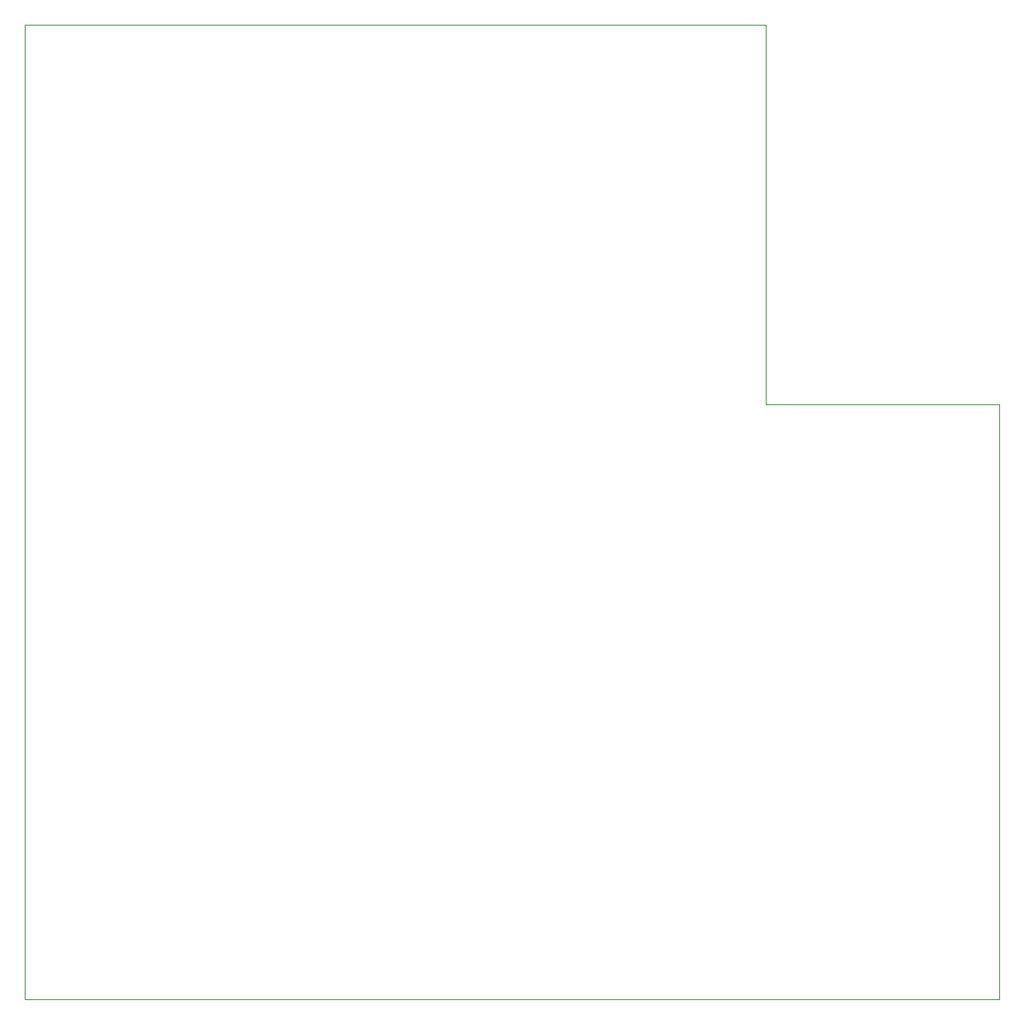
<source format=gko>
%TF.GenerationSoftware,KiCad,Pcbnew,7.0.7-7.0.7~ubuntu22.04.1*%
%TF.CreationDate,2023-08-15T15:59:31+03:00*%
%TF.ProjectId,supply-uv,73757070-6c79-42d7-9576-2e6b69636164,rev?*%
%TF.SameCoordinates,Original*%
%TF.FileFunction,Profile,NP*%
%FSLAX46Y46*%
G04 Gerber Fmt 4.6, Leading zero omitted, Abs format (unit mm)*
G04 Created by KiCad (PCBNEW 7.0.7-7.0.7~ubuntu22.04.1) date 2023-08-15 15:59:31*
%MOMM*%
%LPD*%
G01*
G04 APERTURE LIST*
%TA.AperFunction,Profile*%
%ADD10C,0.100000*%
%TD*%
G04 APERTURE END LIST*
D10*
X136000000Y-50000000D02*
X60000000Y-50000000D01*
X60000000Y-150000000D02*
X160000000Y-150000000D01*
X136000000Y-89000000D02*
X136000000Y-50000000D01*
X160000000Y-150000000D02*
X160000000Y-89000000D01*
X60000000Y-50000000D02*
X60000000Y-150000000D01*
X160000000Y-89000000D02*
X136000000Y-89000000D01*
M02*

</source>
